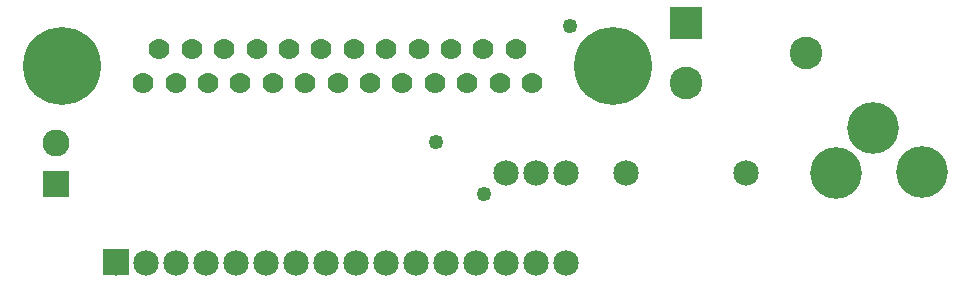
<source format=gbs>
G04 MADE WITH FRITZING*
G04 WWW.FRITZING.ORG*
G04 DOUBLE SIDED*
G04 HOLES PLATED*
G04 CONTOUR ON CENTER OF CONTOUR VECTOR*
%ASAXBY*%
%FSLAX23Y23*%
%MOIN*%
%OFA0B0*%
%SFA1.0B1.0*%
%ADD10C,0.085000*%
%ADD11C,0.172000*%
%ADD12C,0.070000*%
%ADD13C,0.260000*%
%ADD14C,0.135000*%
%ADD15C,0.109000*%
%ADD16C,0.090000*%
%ADD17C,0.049370*%
%ADD18R,0.085000X0.085000*%
%ADD19R,0.109000X0.109000*%
%ADD20R,0.090000X0.090000*%
%LNMASK0*%
G90*
G70*
G54D10*
X1648Y377D03*
X1748Y377D03*
X1848Y377D03*
X2048Y377D03*
X2448Y377D03*
X348Y77D03*
X448Y77D03*
X548Y77D03*
X648Y77D03*
X748Y77D03*
X848Y77D03*
X948Y77D03*
X1048Y77D03*
X1148Y77D03*
X1248Y77D03*
X1348Y77D03*
X1448Y77D03*
X1548Y77D03*
X1648Y77D03*
X1748Y77D03*
X1848Y77D03*
G54D11*
X2748Y377D03*
X3037Y378D03*
X2874Y525D03*
G54D12*
X1736Y677D03*
X1628Y677D03*
X1520Y677D03*
X1412Y677D03*
X1304Y677D03*
X1196Y677D03*
X1088Y677D03*
X980Y677D03*
X872Y677D03*
X764Y677D03*
X656Y677D03*
X548Y677D03*
X440Y677D03*
X1682Y789D03*
X1574Y789D03*
X1466Y789D03*
X1358Y789D03*
X1250Y789D03*
X1142Y789D03*
X1034Y789D03*
X926Y789D03*
X818Y789D03*
X710Y789D03*
X602Y789D03*
X494Y789D03*
G54D13*
X2006Y733D03*
X170Y733D03*
G54D14*
X2006Y733D03*
X170Y733D03*
G54D15*
X2248Y677D03*
X2248Y877D03*
X2648Y777D03*
G54D16*
X148Y339D03*
X148Y477D03*
G54D17*
X1416Y480D03*
X1576Y304D03*
X1864Y864D03*
G54D18*
X348Y78D03*
G54D19*
X2248Y877D03*
G54D20*
X148Y339D03*
G04 End of Mask0*
M02*
</source>
